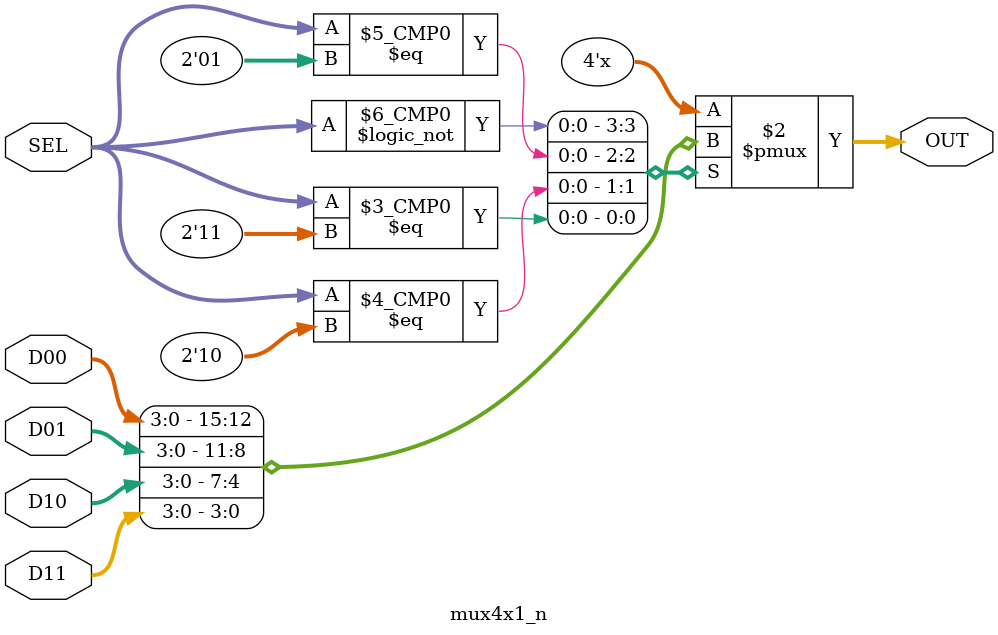
<source format=v>
module mux4x1_n #(parameter BITS = 4)(
        input      [BITS-1:0] D00,
        input      [BITS-1:0] D01,
		  input      [BITS-1:0] D10,
		  input      [BITS-1:0] D11,
        input           [1:0]  SEL,
        output reg [BITS-1:0] OUT
    );

    always @(*) begin
        case (SEL)
            2'b00:    OUT = D00;
            2'b01:    OUT = D01;
				2'b10:	 OUT = D10;
				2'b11:	 OUT = D11;
            default: OUT = D10; 
        endcase
    end

endmodule

</source>
